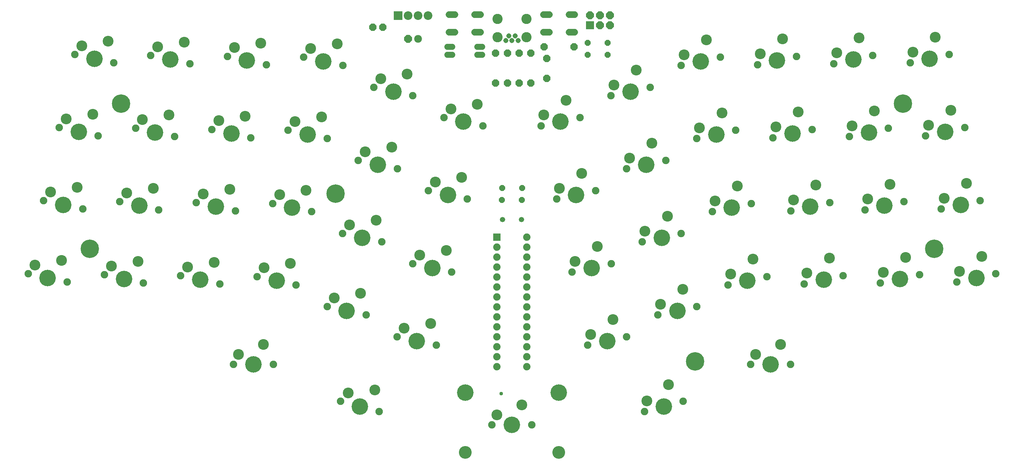
<source format=gbr>
G04 EAGLE Gerber RS-274X export*
G75*
%MOMM*%
%FSLAX34Y34*%
%LPD*%
%INSoldermask Top*%
%IPPOS*%
%AMOC8*
5,1,8,0,0,1.08239X$1,22.5*%
G01*
%ADD10C,4.203200*%
%ADD11C,1.903200*%
%ADD12C,2.743200*%
%ADD13C,3.253200*%
%ADD14C,1.311200*%
%ADD15C,2.603200*%
%ADD16C,1.341200*%
%ADD17C,1.524000*%
%ADD18P,2.034460X8X112.500000*%
%ADD19P,2.034460X8X202.500000*%
%ADD20P,1.649562X8X202.500000*%
%ADD21P,1.649562X8X22.500000*%
%ADD22P,2.144431X8X202.500000*%
%ADD23C,1.981200*%
%ADD24C,1.711200*%
%ADD25R,2.032000X2.032000*%
%ADD26P,2.199416X8X22.500000*%
%ADD27R,2.203200X2.203200*%
%ADD28C,2.203200*%
%ADD29R,1.879600X1.879600*%
%ADD30C,1.879600*%
%ADD31P,2.034460X8X22.500000*%
%ADD32C,0.959600*%
%ADD33C,4.703200*%


D10*
X248500Y1050000D03*
D11*
X198810Y1060562D03*
X298190Y1039438D03*
D12*
X216514Y1082766D03*
X283907Y1094409D03*
D10*
X208900Y863660D03*
D11*
X159210Y874222D03*
X258590Y853098D03*
D12*
X176914Y896426D03*
X244307Y908069D03*
D10*
X169290Y677330D03*
D11*
X119600Y687892D03*
X218980Y666768D03*
D12*
X137304Y710096D03*
X204697Y721739D03*
D10*
X129680Y490990D03*
D11*
X79990Y501552D03*
X179370Y480428D03*
D12*
X97694Y523756D03*
X165087Y535399D03*
D10*
X441860Y1047660D03*
D11*
X392170Y1058222D03*
X491550Y1037098D03*
D12*
X409874Y1080426D03*
X477267Y1092069D03*
D10*
X403150Y861920D03*
D11*
X353460Y872482D03*
X452840Y851358D03*
D12*
X371164Y894686D03*
X438557Y906329D03*
D10*
X362940Y674990D03*
D11*
X313250Y685552D03*
X412630Y664428D03*
D12*
X330954Y707756D03*
X398347Y719399D03*
D10*
X323940Y488650D03*
D11*
X274250Y499212D03*
X373630Y478088D03*
D12*
X291954Y521416D03*
X359347Y533059D03*
D10*
X653200Y271030D03*
D11*
X602400Y271030D03*
X704000Y271030D03*
D12*
X615100Y296430D03*
X678600Y321830D03*
D10*
X637020Y1045320D03*
D11*
X587330Y1055882D03*
X686710Y1034758D03*
D12*
X605034Y1078086D03*
X672427Y1089729D03*
D10*
X597410Y858980D03*
D11*
X547720Y869542D03*
X647100Y848418D03*
D12*
X565424Y891746D03*
X632817Y903389D03*
D10*
X557800Y672650D03*
D11*
X508110Y683212D03*
X607490Y662088D03*
D12*
X525814Y705416D03*
X593207Y717059D03*
D10*
X518200Y486310D03*
D11*
X468510Y496872D03*
X567890Y475748D03*
D12*
X486214Y519076D03*
X553607Y530719D03*
D10*
X831280Y1042980D03*
D11*
X781590Y1053542D03*
X880970Y1032418D03*
D12*
X799294Y1075746D03*
X866687Y1087389D03*
D10*
X791670Y856640D03*
D11*
X741980Y867202D03*
X841360Y846078D03*
D12*
X759684Y889406D03*
X827077Y901049D03*
D10*
X752060Y670310D03*
D11*
X702370Y680872D03*
X801750Y659748D03*
D12*
X720074Y703076D03*
X787467Y714719D03*
D10*
X712450Y483970D03*
D11*
X662760Y494532D03*
X762140Y473408D03*
D12*
X680464Y516736D03*
X747857Y528379D03*
D10*
X924720Y163240D03*
D11*
X875651Y176388D03*
X973789Y150092D03*
D12*
X894492Y197636D03*
X962403Y205735D03*
D10*
X1009690Y966110D03*
D11*
X960000Y976672D03*
X1059380Y955548D03*
D12*
X977704Y998876D03*
X1045097Y1010519D03*
D10*
X970080Y779770D03*
D11*
X920390Y790332D03*
X1019770Y769208D03*
D12*
X938094Y812536D03*
X1005487Y824179D03*
D10*
X930480Y593430D03*
D11*
X880790Y603992D03*
X980170Y582868D03*
D12*
X898494Y626196D03*
X965887Y637839D03*
D10*
X890870Y407090D03*
D11*
X841180Y417652D03*
X940560Y396528D03*
D12*
X858884Y439856D03*
X926277Y451499D03*
D10*
X1188110Y889230D03*
D11*
X1138420Y899792D03*
X1237800Y878668D03*
D12*
X1156124Y921996D03*
X1223517Y933639D03*
D10*
X1148500Y702890D03*
D11*
X1098810Y713452D03*
X1198190Y692328D03*
D12*
X1116514Y735656D03*
X1183907Y747299D03*
D10*
X1108890Y516560D03*
D11*
X1059200Y527122D03*
X1158580Y505998D03*
D12*
X1076904Y549326D03*
X1144297Y560969D03*
D10*
X1069290Y330220D03*
D11*
X1019600Y340782D03*
X1118980Y319658D03*
D12*
X1037304Y362986D03*
X1104697Y374629D03*
D10*
X1311770Y116250D03*
D11*
X1260970Y116250D03*
X1362570Y116250D03*
D13*
X1192770Y46250D03*
X1430770Y46250D03*
D10*
X1192770Y198650D03*
X1430770Y198650D03*
D12*
X1273670Y141650D03*
X1337170Y167050D03*
D10*
X1435430Y889230D03*
D11*
X1385740Y878668D03*
X1485120Y899792D03*
D12*
X1392882Y906154D03*
X1449713Y944201D03*
D10*
X1475030Y702890D03*
D11*
X1425340Y692328D03*
X1524720Y713452D03*
D12*
X1432482Y719814D03*
X1489313Y757861D03*
D10*
X1514640Y516560D03*
D11*
X1464950Y505998D03*
X1564330Y527122D03*
D12*
X1472092Y533484D03*
X1528923Y571531D03*
D10*
X1554250Y330220D03*
D11*
X1504560Y319658D03*
X1603940Y340782D03*
D12*
X1511702Y347144D03*
X1568533Y385191D03*
D10*
X1613840Y966110D03*
D11*
X1564150Y955548D03*
X1663530Y976672D03*
D12*
X1571292Y983034D03*
X1628123Y1021081D03*
D10*
X1653450Y779770D03*
D11*
X1603760Y769208D03*
X1703140Y790332D03*
D12*
X1610902Y796694D03*
X1667733Y834741D03*
D10*
X1693060Y593430D03*
D11*
X1643370Y582868D03*
X1742750Y603992D03*
D12*
X1650512Y610354D03*
X1707343Y648401D03*
D10*
X1732670Y407090D03*
D11*
X1682980Y396528D03*
X1782360Y417652D03*
D12*
X1690122Y424014D03*
X1746953Y462061D03*
D10*
X1698720Y163240D03*
D11*
X1649651Y150092D03*
X1747789Y176388D03*
D12*
X1655344Y177914D03*
X1710107Y218883D03*
D10*
X1792260Y1042980D03*
D11*
X1742570Y1032418D03*
X1841950Y1053542D03*
D12*
X1749712Y1059904D03*
X1806543Y1097951D03*
D10*
X1831870Y856640D03*
D11*
X1782180Y846078D03*
X1881560Y867202D03*
D12*
X1789322Y873564D03*
X1846153Y911611D03*
D10*
X1871470Y670310D03*
D11*
X1821780Y659748D03*
X1921160Y680872D03*
D12*
X1828922Y687234D03*
X1885753Y725281D03*
D10*
X1911080Y483970D03*
D11*
X1861390Y473408D03*
X1960770Y494532D03*
D12*
X1868532Y500894D03*
X1925363Y538941D03*
D10*
X1986520Y1045320D03*
D11*
X1936830Y1034758D03*
X2036210Y1055882D03*
D12*
X1943972Y1062244D03*
X2000803Y1100291D03*
D10*
X2026120Y858980D03*
D11*
X1976430Y848418D03*
X2075810Y869542D03*
D12*
X1983572Y875904D03*
X2040403Y913951D03*
D10*
X2071130Y672650D03*
D11*
X2021440Y662088D03*
X2120820Y683212D03*
D12*
X2028582Y689574D03*
X2085413Y727621D03*
D10*
X2105340Y486310D03*
D11*
X2055650Y475748D03*
X2155030Y496872D03*
D12*
X2062792Y503234D03*
X2119623Y541281D03*
D10*
X1970400Y271030D03*
D11*
X1919600Y271030D03*
X2021200Y271030D03*
D12*
X1932300Y296430D03*
X1995800Y321830D03*
D10*
X2180780Y1047660D03*
D11*
X2131090Y1037098D03*
X2230470Y1058222D03*
D12*
X2138232Y1064584D03*
X2195063Y1102631D03*
D10*
X2220380Y861920D03*
D11*
X2170690Y851358D03*
X2270070Y872482D03*
D12*
X2177832Y878844D03*
X2234663Y916891D03*
D10*
X2259990Y674990D03*
D11*
X2210300Y664428D03*
X2309680Y685552D03*
D12*
X2217442Y691914D03*
X2274273Y729961D03*
D10*
X2299600Y488650D03*
D11*
X2249910Y478088D03*
X2349290Y499212D03*
D12*
X2257052Y505574D03*
X2313883Y543621D03*
D10*
X2375030Y1050000D03*
D11*
X2325340Y1039438D03*
X2424720Y1060562D03*
D12*
X2332482Y1066924D03*
X2389313Y1104971D03*
D10*
X2414640Y863660D03*
D11*
X2364950Y853098D03*
X2464330Y874222D03*
D12*
X2372092Y880584D03*
X2428923Y918631D03*
D10*
X2454250Y677330D03*
D11*
X2404560Y666768D03*
X2503940Y687892D03*
D12*
X2411702Y694254D03*
X2468533Y732301D03*
D10*
X2493860Y490990D03*
D11*
X2444170Y480428D03*
X2543550Y501552D03*
D12*
X2451312Y507914D03*
X2508143Y545961D03*
D14*
X1311770Y1096000D03*
X1295770Y1096000D03*
X1327770Y1096000D03*
X1303770Y1108000D03*
X1319770Y1108000D03*
D15*
X1348270Y1151500D03*
X1275270Y1151500D03*
X1348270Y1105000D03*
X1275270Y1105000D03*
D16*
X1287370Y640000D03*
X1336170Y640000D03*
D17*
X1236474Y1060000D02*
X1223266Y1060000D01*
X1160274Y1060000D02*
X1147066Y1060000D01*
X1223266Y1080000D02*
X1236474Y1080000D01*
X1160274Y1080000D02*
X1147066Y1080000D01*
D18*
X1270000Y988130D03*
X1270000Y1064330D03*
X1360000Y988130D03*
X1360000Y1064330D03*
X1300000Y988130D03*
X1300000Y1064330D03*
X1330000Y988130D03*
X1330000Y1064330D03*
D19*
X1469870Y1080000D03*
X1393670Y1080000D03*
D20*
X1337400Y720000D03*
X1286600Y720000D03*
D21*
X1286370Y690000D03*
X1337170Y690000D03*
D22*
X1047300Y1100000D03*
D23*
X1072700Y1100000D03*
D24*
X1151730Y1162500D02*
X1166810Y1162500D01*
X1216730Y1162500D02*
X1231810Y1162500D01*
X1166810Y1117500D02*
X1151730Y1117500D01*
X1216730Y1117500D02*
X1231810Y1117500D01*
X1456730Y1117500D02*
X1471810Y1117500D01*
X1406810Y1117500D02*
X1391730Y1117500D01*
X1456730Y1162500D02*
X1471810Y1162500D01*
X1406810Y1162500D02*
X1391730Y1162500D01*
D25*
X1510000Y1135000D03*
D26*
X1535400Y1135000D03*
X1560800Y1135000D03*
X1560800Y1160400D03*
X1535400Y1160400D03*
X1510000Y1160400D03*
D27*
X1021900Y1160000D03*
D28*
X1047300Y1160000D03*
X1072700Y1160000D03*
X1098100Y1160000D03*
D18*
X1400000Y999600D03*
X1400000Y1050400D03*
D21*
X1504600Y1090000D03*
X1555400Y1090000D03*
X1504600Y1060000D03*
X1555400Y1060000D03*
D29*
X1273210Y595200D03*
D30*
X1273210Y569800D03*
X1273210Y544400D03*
X1273210Y519000D03*
X1273210Y493600D03*
X1273210Y468200D03*
X1273210Y442800D03*
X1273210Y417400D03*
X1273210Y392000D03*
X1273210Y366600D03*
X1273210Y341200D03*
X1273210Y315800D03*
X1273210Y290400D03*
X1273210Y265000D03*
X1349410Y265000D03*
X1349410Y290400D03*
X1349410Y315800D03*
X1349410Y341200D03*
X1349410Y366600D03*
X1349410Y392000D03*
X1349410Y417400D03*
X1349410Y442800D03*
X1349410Y468200D03*
X1349410Y493600D03*
X1349410Y519000D03*
X1349410Y544400D03*
X1349410Y569800D03*
X1349410Y595200D03*
D31*
X957300Y1130000D03*
X982700Y1130000D03*
D32*
X1284000Y196000D03*
D33*
X236770Y565000D03*
X316770Y935000D03*
X2306770Y935000D03*
X2386770Y565000D03*
X1777770Y278000D03*
X862770Y706000D03*
M02*

</source>
